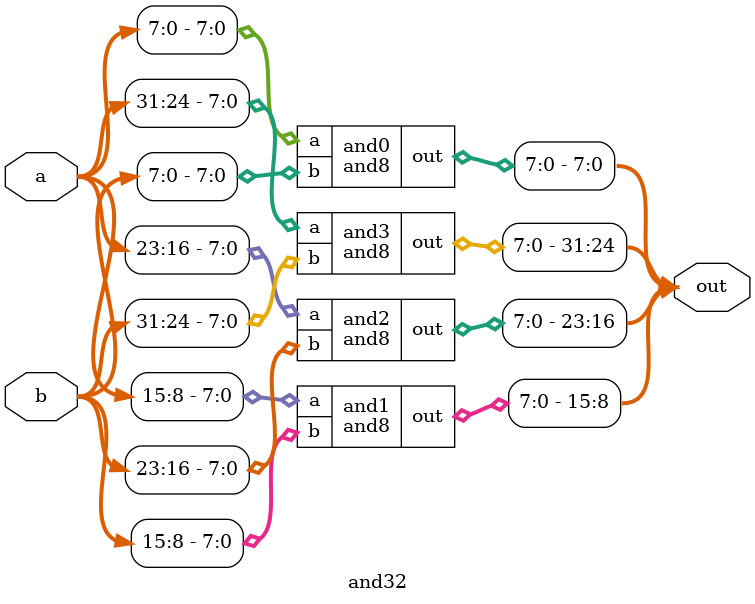
<source format=v>
`timescale 1ns / 1ps

module and8(
    input [7:0] a,
    input [7:0] b,
    output [7:0] out
    );
    and and0(out[0],a[0],b[0]);
    and and1(out[1],a[1],b[1]);
    and and2(out[2],a[2],b[2]);
    and and3(out[3],a[3],b[3]);
    and and4(out[4],a[4],b[4]);
    and and5(out[5],a[5],b[5]);
    and and6(out[6],a[6],b[6]);
    and and7(out[7],a[7],b[7]);
endmodule

module and32(
    input [31:0] a,
    input [31:0] b,
    output [31:0] out
    );
    and8 and0(a[7:0],b[7:0],out[7:0]);
    and8 and1(a[15:8],b[15:8],out[15:8]);
    and8 and2(a[23:16],b[23:16],out[23:16]);
    and8 and3(a[31:24],b[31:24],out[31:24]);

endmodule
</source>
